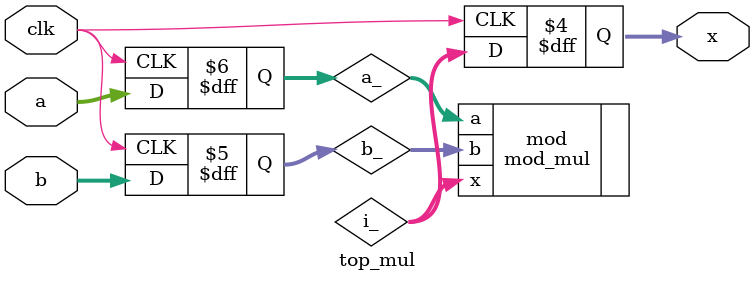
<source format=sv>

module top_mul (
  input wire clk,
  input wire [7:0] a,
  input wire [7:0] b,
  output reg [7:0] x
);

  reg [7:0] a_;
  reg [7:0] b_;
  wire [7:0] i_;

  always_ff @ (posedge clk)
    a_ <= a;

  always_ff @ (posedge clk)
    b_ <= b;

  always_ff @ (posedge clk)
    x <= i_;

  mod_mul mod (.a(a_), .b(b_), .x(i_));

endmodule

</source>
